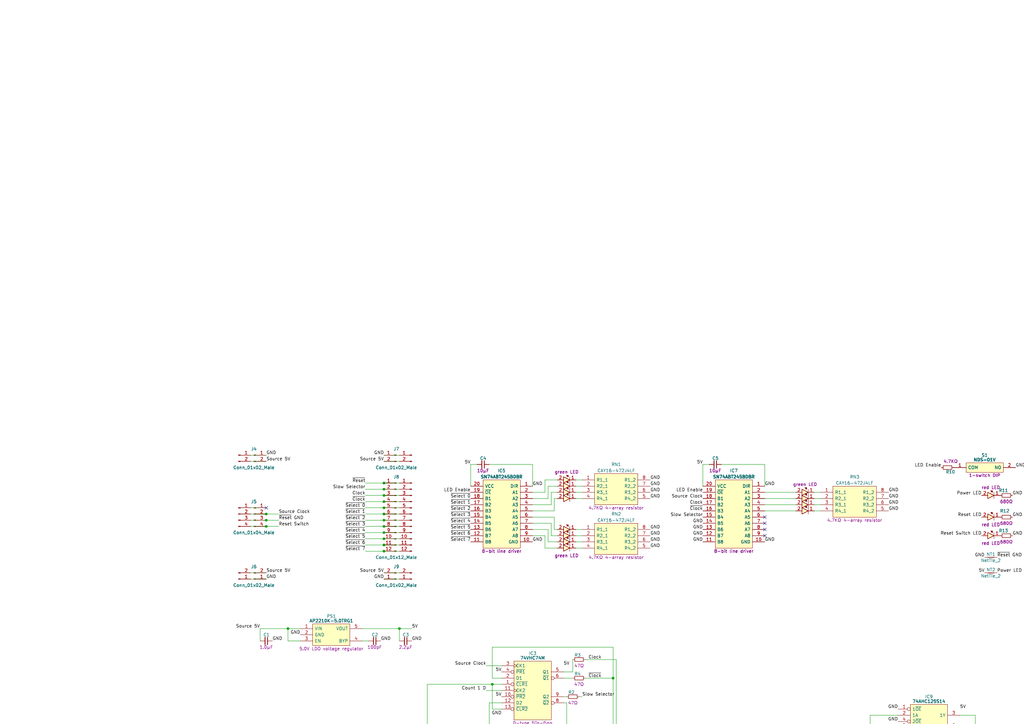
<source format=kicad_sch>
(kicad_sch (version 20211123) (generator eeschema)
  (paper "A3")
  (junction (at 118.11 257.81))
  (junction (at 157.48 210.82))
  (junction (at 109.22 215.9))
  (junction (at 201.93 280.67))
  (junction (at 157.48 215.9))
  (junction (at 109.22 213.36))
  (junction (at 157.48 198.12))
  (junction (at 157.48 226.06))
  (junction (at 157.48 223.52))
  (junction (at 157.48 208.28))
  (junction (at 157.48 213.36))
  (junction (at 157.48 205.74))
  (junction (at 251.46 278.13))
  (junction (at 109.22 210.82))
  (junction (at 124.46 313.69))
  (junction (at 157.48 220.98))
  (junction (at 157.48 200.66))
  (junction (at 157.48 218.44))
  (junction (at 157.48 203.2))
  (junction (at 163.83 257.81))
  (no_connect (at 158.75 334.01))
  (no_connect (at 158.75 318.77))
  (no_connect (at 158.75 323.85))
  (no_connect (at 158.75 326.39))
  (no_connect (at 158.75 328.93))
  (no_connect (at 109.22 208.28))
  (no_connect (at 231.14 323.85))
  (no_connect (at 231.14 326.39))
  (no_connect (at 292.1 308.61))
  (no_connect (at 292.1 316.23))
  (no_connect (at 292.1 318.77))
  (no_connect (at 313.69 217.17))
  (no_connect (at 313.69 214.63))
  (no_connect (at 313.69 219.71))
  (no_connect (at 313.69 212.09))
  (wire (pts (xy 292.1 313.69) (xy 302.26 313.69)))
  (wire (pts (xy 228.6 199.39) (xy 224.79 199.39)))
  (wire (pts (xy 224.79 222.25) (xy 228.6 222.25)))
  (wire (pts (xy 313.69 207.01) (xy 326.39 207.01)))
  (wire (pts (xy 157.48 208.28) (xy 163.83 208.28)))
  (wire (pts (xy 334.01 201.93) (xy 336.55 201.93)))
  (wire (pts (xy 149.86 200.66) (xy 157.48 200.66)))
  (wire (pts (xy 149.86 208.28) (xy 157.48 208.28)))
  (wire (pts (xy 334.01 209.55) (xy 336.55 209.55)))
  (wire (pts (xy 231.14 288.29) (xy 232.41 288.29)))
  (wire (pts (xy 102.87 215.9) (xy 109.22 215.9)))
  (wire (pts (xy 200.66 299.72) (xy 200.66 288.29)))
  (wire (pts (xy 226.06 219.71) (xy 228.6 219.71)))
  (wire (pts (xy 149.86 223.52) (xy 157.48 223.52)))
  (wire (pts (xy 350.52 318.77) (xy 360.68 318.77)))
  (wire (pts (xy 218.44 190.5) (xy 218.44 199.39)))
  (wire (pts (xy 224.79 217.17) (xy 224.79 222.25)))
  (wire (pts (xy 195.58 190.5) (xy 193.04 190.5)))
  (wire (pts (xy 157.48 210.82) (xy 163.83 210.82)))
  (wire (pts (xy 313.69 204.47) (xy 326.39 204.47)))
  (wire (pts (xy 227.33 209.55) (xy 227.33 204.47)))
  (wire (pts (xy 251.46 306.07) (xy 266.7 306.07)))
  (wire (pts (xy 223.52 219.71) (xy 223.52 224.79)))
  (wire (pts (xy 236.22 217.17) (xy 238.76 217.17)))
  (wire (pts (xy 307.34 321.31) (xy 325.12 321.31)))
  (wire (pts (xy 251.46 265.43) (xy 251.46 278.13)))
  (wire (pts (xy 102.87 237.49) (xy 109.22 237.49)))
  (wire (pts (xy 218.44 217.17) (xy 224.79 217.17)))
  (wire (pts (xy 393.7 337.82) (xy 408.94 337.82)))
  (wire (pts (xy 228.6 201.93) (xy 226.06 201.93)))
  (wire (pts (xy 393.7 308.61) (xy 403.86 308.61)))
  (wire (pts (xy 157.48 218.44) (xy 163.83 218.44)))
  (wire (pts (xy 359.41 332.74) (xy 368.3 332.74)))
  (wire (pts (xy 237.49 308.61) (xy 237.49 316.23)))
  (wire (pts (xy 205.74 280.67) (xy 201.93 280.67)))
  (wire (pts (xy 307.34 307.34) (xy 307.34 311.15)))
  (wire (pts (xy 360.68 318.77) (xy 360.68 327.66)))
  (wire (pts (xy 350.52 316.23) (xy 360.68 316.23)))
  (wire (pts (xy 175.26 280.67) (xy 201.93 280.67)))
  (wire (pts (xy 360.68 327.66) (xy 368.3 327.66)))
  (wire (pts (xy 236.22 196.85) (xy 238.76 196.85)))
  (wire (pts (xy 402.59 303.53) (xy 402.59 330.2)))
  (wire (pts (xy 227.33 212.09) (xy 227.33 217.17)))
  (wire (pts (xy 157.48 220.98) (xy 163.83 220.98)))
  (wire (pts (xy 148.59 257.81) (xy 163.83 257.81)))
  (wire (pts (xy 149.86 220.98) (xy 157.48 220.98)))
  (wire (pts (xy 400.05 340.36) (xy 408.94 340.36)))
  (wire (pts (xy 157.48 215.9) (xy 163.83 215.9)))
  (wire (pts (xy 161.29 331.47) (xy 158.75 331.47)))
  (wire (pts (xy 118.11 262.89) (xy 118.11 257.81)))
  (wire (pts (xy 232.41 299.72) (xy 200.66 299.72)))
  (wire (pts (xy 124.46 306.07) (xy 124.46 313.69)))
  (wire (pts (xy 199.39 273.05) (xy 205.74 273.05)))
  (wire (pts (xy 234.95 275.59) (xy 234.95 270.51)))
  (wire (pts (xy 358.14 337.82) (xy 358.14 323.85)))
  (wire (pts (xy 325.12 323.85) (xy 307.34 323.85)))
  (wire (pts (xy 231.14 316.23) (xy 237.49 316.23)))
  (wire (pts (xy 199.39 283.21) (xy 205.74 283.21)))
  (wire (pts (xy 223.52 201.93) (xy 218.44 201.93)))
  (wire (pts (xy 307.34 299.72) (xy 308.61 299.72)))
  (wire (pts (xy 238.76 285.75) (xy 237.49 285.75)))
  (wire (pts (xy 393.7 327.66) (xy 408.94 327.66)))
  (wire (pts (xy 157.48 203.2) (xy 163.83 203.2)))
  (wire (pts (xy 236.22 219.71) (xy 238.76 219.71)))
  (wire (pts (xy 224.79 199.39) (xy 224.79 204.47)))
  (wire (pts (xy 224.79 204.47) (xy 218.44 204.47)))
  (wire (pts (xy 176.53 318.77) (xy 205.74 318.77)))
  (wire (pts (xy 292.1 323.85) (xy 302.26 323.85)))
  (wire (pts (xy 350.52 321.31) (xy 359.41 321.31)))
  (wire (pts (xy 124.46 313.69) (xy 133.35 313.69)))
  (wire (pts (xy 227.33 204.47) (xy 228.6 204.47)))
  (wire (pts (xy 302.26 311.15) (xy 302.26 307.34)))
  (wire (pts (xy 102.87 186.69) (xy 109.22 186.69)))
  (wire (pts (xy 149.86 218.44) (xy 157.48 218.44)))
  (wire (pts (xy 218.44 219.71) (xy 223.52 219.71)))
  (wire (pts (xy 226.06 207.01) (xy 218.44 207.01)))
  (wire (pts (xy 393.7 332.74) (xy 408.94 332.74)))
  (wire (pts (xy 313.69 209.55) (xy 326.39 209.55)))
  (wire (pts (xy 102.87 210.82) (xy 109.22 210.82)))
  (wire (pts (xy 106.68 257.81) (xy 118.11 257.81)))
  (wire (pts (xy 157.48 205.74) (xy 163.83 205.74)))
  (wire (pts (xy 292.1 321.31) (xy 302.26 321.31)))
  (wire (pts (xy 205.74 278.13) (xy 201.93 278.13)))
  (wire (pts (xy 102.87 189.23) (xy 109.22 189.23)))
  (wire (pts (xy 251.46 278.13) (xy 251.46 306.07)))
  (wire (pts (xy 236.22 201.93) (xy 238.76 201.93)))
  (wire (pts (xy 157.48 200.66) (xy 163.83 200.66)))
  (wire (pts (xy 227.33 217.17) (xy 228.6 217.17)))
  (wire (pts (xy 402.59 330.2) (xy 408.94 330.2)))
  (wire (pts (xy 302.26 306.07) (xy 292.1 306.07)))
  (wire (pts (xy 218.44 212.09) (xy 227.33 212.09)))
  (wire (pts (xy 356.87 293.37) (xy 356.87 308.61)))
  (wire (pts (xy 401.32 335.28) (xy 408.94 335.28)))
  (wire (pts (xy 109.22 210.82) (xy 114.3 210.82)))
  (wire (pts (xy 163.83 257.81) (xy 168.91 257.81)))
  (wire (pts (xy 200.66 288.29) (xy 205.74 288.29)))
  (wire (pts (xy 295.91 190.5) (xy 313.69 190.5)))
  (wire (pts (xy 168.91 331.47) (xy 166.37 331.47)))
  (wire (pts (xy 350.52 313.69) (xy 359.41 313.69)))
  (wire (pts (xy 201.93 280.67) (xy 201.93 290.83)))
  (wire (pts (xy 163.83 237.49) (xy 157.48 237.49)))
  (wire (pts (xy 124.46 316.23) (xy 124.46 313.69)))
  (wire (pts (xy 358.14 323.85) (xy 350.52 323.85)))
  (wire (pts (xy 350.52 308.61) (xy 356.87 308.61)))
  (wire (pts (xy 149.86 203.2) (xy 157.48 203.2)))
  (wire (pts (xy 359.41 303.53) (xy 359.41 313.69)))
  (wire (pts (xy 350.52 326.39) (xy 356.87 326.39)))
  (wire (pts (xy 223.52 196.85) (xy 223.52 201.93)))
  (wire (pts (xy 123.19 262.89) (xy 118.11 262.89)))
  (wire (pts (xy 201.93 278.13) (xy 201.93 265.43)))
  (wire (pts (xy 231.14 278.13) (xy 234.95 278.13)))
  (wire (pts (xy 401.32 298.45) (xy 401.32 335.28)))
  (wire (pts (xy 163.83 257.81) (xy 163.83 262.89)))
  (wire (pts (xy 359.41 321.31) (xy 359.41 332.74)))
  (wire (pts (xy 102.87 234.95) (xy 109.22 234.95)))
  (wire (pts (xy 151.13 262.89) (xy 148.59 262.89)))
  (wire (pts (xy 102.87 208.28) (xy 109.22 208.28)))
  (wire (pts (xy 368.3 337.82) (xy 358.14 337.82)))
  (wire (pts (xy 176.53 313.69) (xy 176.53 318.77)))
  (wire (pts (xy 228.6 196.85) (xy 223.52 196.85)))
  (wire (pts (xy 393.7 303.53) (xy 402.59 303.53)))
  (wire (pts (xy 307.34 313.69) (xy 325.12 313.69)))
  (wire (pts (xy 302.26 323.85) (xy 302.26 327.66)))
  (wire (pts (xy 158.75 313.69) (xy 176.53 313.69)))
  (wire (pts (xy 175.26 280.67) (xy 175.26 321.31)))
  (wire (pts (xy 118.11 257.81) (xy 123.19 257.81)))
  (wire (pts (xy 252.73 270.51) (xy 252.73 316.23)))
  (wire (pts (xy 307.34 311.15) (xy 325.12 311.15)))
  (wire (pts (xy 307.34 323.85) (xy 307.34 327.66)))
  (wire (pts (xy 313.69 201.93) (xy 326.39 201.93)))
  (wire (pts (xy 102.87 213.36) (xy 109.22 213.36)))
  (wire (pts (xy 403.86 325.12) (xy 408.94 325.12)))
  (wire (pts (xy 149.86 198.12) (xy 157.48 198.12)))
  (wire (pts (xy 232.41 288.29) (xy 232.41 299.72)))
  (wire (pts (xy 163.83 186.69) (xy 157.48 186.69)))
  (wire (pts (xy 236.22 199.39) (xy 238.76 199.39)))
  (wire (pts (xy 313.69 190.5) (xy 313.69 199.39)))
  (wire (pts (xy 133.35 316.23) (xy 124.46 316.23)))
  (wire (pts (xy 252.73 316.23) (xy 266.7 316.23)))
  (wire (pts (xy 237.49 308.61) (xy 266.7 308.61)))
  (wire (pts (xy 403.86 308.61) (xy 403.86 325.12)))
  (wire (pts (xy 218.44 209.55) (xy 227.33 209.55)))
  (wire (pts (xy 163.83 189.23) (xy 157.48 189.23)))
  (wire (pts (xy 393.7 293.37) (xy 400.05 293.37)))
  (wire (pts (xy 350.52 311.15) (xy 358.14 311.15)))
  (wire (pts (xy 236.22 222.25) (xy 238.76 222.25)))
  (wire (pts (xy 393.7 342.9) (xy 408.94 342.9)))
  (wire (pts (xy 240.03 270.51) (xy 252.73 270.51)))
  (wire (pts (xy 334.01 204.47) (xy 336.55 204.47)))
  (wire (pts (xy 356.87 342.9) (xy 368.3 342.9)))
  (wire (pts (xy 205.74 290.83) (xy 201.93 290.83)))
  (wire (pts (xy 223.52 224.79) (xy 228.6 224.79)))
  (wire (pts (xy 193.04 190.5) (xy 193.04 199.39)))
  (wire (pts (xy 290.83 190.5) (xy 288.29 190.5)))
  (wire (pts (xy 240.03 278.13) (xy 251.46 278.13)))
  (wire (pts (xy 400.05 293.37) (xy 400.05 340.36)))
  (wire (pts (xy 368.3 293.37) (xy 356.87 293.37)))
  (wire (pts (xy 231.14 318.77) (xy 266.7 318.77)))
  (wire (pts (xy 163.83 234.95) (xy 157.48 234.95)))
  (wire (pts (xy 175.26 321.31) (xy 158.75 321.31)))
  (wire (pts (xy 226.06 214.63) (xy 226.06 219.71)))
  (wire (pts (xy 226.06 201.93) (xy 226.06 207.01)))
  (wire (pts (xy 368.3 303.53) (xy 359.41 303.53)))
  (wire (pts (xy 356.87 326.39) (xy 356.87 342.9)))
  (wire (pts (xy 157.48 226.06) (xy 163.83 226.06)))
  (wire (pts (xy 302.26 299.72) (xy 302.26 306.07)))
  (wire (pts (xy 288.29 190.5) (xy 288.29 199.39)))
  (wire (pts (xy 393.7 298.45) (xy 401.32 298.45)))
  (wire (pts (xy 360.68 308.61) (xy 360.68 316.23)))
  (wire (pts (xy 292.1 311.15) (xy 302.26 311.15)))
  (wire (pts (xy 157.48 223.52) (xy 163.83 223.52)))
  (wire (pts (xy 157.48 198.12) (xy 163.83 198.12)))
  (wire (pts (xy 334.01 207.01) (xy 336.55 207.01)))
  (wire (pts (xy 368.3 308.61) (xy 360.68 308.61)))
  (wire (pts (xy 368.3 298.45) (xy 358.14 298.45)))
  (wire (pts (xy 109.22 215.9) (xy 114.3 215.9)))
  (wire (pts (xy 149.86 226.06) (xy 157.48 226.06)))
  (wire (pts (xy 236.22 224.79) (xy 238.76 224.79)))
  (wire (pts (xy 149.86 205.74) (xy 157.48 205.74)))
  (wire (pts (xy 200.66 190.5) (xy 218.44 190.5)))
  (wire (pts (xy 106.68 257.81) (xy 106.68 262.89)))
  (wire (pts (xy 158.75 316.23) (xy 205.74 316.23)))
  (wire (pts (xy 149.86 213.36) (xy 157.48 213.36)))
  (wire (pts (xy 201.93 265.43) (xy 251.46 265.43)))
  (wire (pts (xy 231.14 285.75) (xy 232.41 285.75)))
  (wire (pts (xy 149.86 215.9) (xy 157.48 215.9)))
  (wire (pts (xy 231.14 275.59) (xy 234.95 275.59)))
  (wire (pts (xy 218.44 214.63) (xy 226.06 214.63)))
  (wire (pts (xy 109.22 213.36) (xy 114.3 213.36)))
  (wire (pts (xy 358.14 298.45) (xy 358.14 311.15)))
  (wire (pts (xy 157.48 213.36) (xy 163.83 213.36)))
  (wire (pts (xy 236.22 204.47) (xy 238.76 204.47)))
  (wire (pts (xy 149.86 210.82) (xy 157.48 210.82)))
  (label "GND" (at 133.35 334.01 180))
  (label "GND" (at 266.7 217.17 0))
  (label "5V" (at 452.12 294.64 180))
  (label "Slow Selector" (at 288.29 212.09 180))
  (label "LED Enable" (at 288.29 201.93 180))
  (label "~{Select 2}" (at 193.04 209.55 180))
  (label "5V" (at 393.7 290.83 0))
  (label "GND" (at 266.7 201.93 0))
  (label "Power LED" (at 408.94 234.95 0))
  (label "GND" (at 368.3 335.28 180))
  (label "Count 1 A" (at 308.61 313.69 0))
  (label "GND" (at 368.3 330.2 180))
  (label "GND" (at 168.91 262.89 0))
  (label "~{Select 6}" (at 431.8 340.36 0))
  (label "~{Clock}" (at 288.29 209.55 180))
  (label "Reset Switch" (at 205.74 321.31 180))
  (label "Reset Switch LED" (at 231.14 321.31 0))
  (label "GND" (at 457.2 294.64 0))
  (label "GND" (at 133.35 311.15 180))
  (label "GND" (at 266.7 204.47 0))
  (label "GND" (at 111.76 262.89 0))
  (label "GND" (at 218.44 199.39 0))
  (label "Slow Selector" (at 149.86 200.66 180))
  (label "Count 2 A" (at 308.61 323.85 0))
  (label "~{Reset} GND" (at 114.3 213.36 0))
  (label "5V" (at 205.74 285.75 180))
  (label "GND" (at 266.7 196.85 0))
  (label "Source 5V" (at 157.48 234.95 180))
  (label "GND" (at 434.34 191.77 0))
  (label "GND" (at 205.74 331.47 180))
  (label "GND" (at 218.44 222.25 0))
  (label "GND" (at 403.86 228.6 180))
  (label "GND" (at 457.2 264.16 0))
  (label "GND" (at 457.2 302.26 0))
  (label "GND" (at 368.3 340.36 180))
  (label "Reset Switch" (at 114.3 215.9 0))
  (label "GND" (at 364.49 209.55 0))
  (label "GND" (at 205.74 323.85 180))
  (label "~{Select 2}" (at 149.86 213.36 180))
  (label "Source Clock" (at 133.35 318.77 180))
  (label "5V" (at 403.86 234.95 180))
  (label "GND" (at 205.74 326.39 180))
  (label "5V" (at 231.14 313.69 0))
  (label "Clock" (at 149.86 203.2 180))
  (label "GND" (at 368.3 345.44 180))
  (label "~{Select 3}" (at 431.8 332.74 0))
  (label "~{Select 2}" (at 431.8 330.2 0))
  (label "GND" (at 457.2 279.4 0))
  (label "GND" (at 109.22 186.69 0))
  (label "~{Clock}" (at 241.3 278.13 0))
  (label "5V" (at 205.74 275.59 180))
  (label "GND" (at 313.69 222.25 0))
  (label "Reset Switch LED" (at 402.59 219.71 180))
  (label "5V" (at 231.14 273.05 0))
  (label "GND" (at 313.69 199.39 0))
  (label "Source Clock" (at 288.29 204.47 180))
  (label "GND" (at 415.29 219.71 0))
  (label "5V" (at 193.04 190.5 180))
  (label "~{Select 1}" (at 431.8 327.66 0))
  (label "GND" (at 368.3 325.12 180))
  (label "5V" (at 452.12 302.26 180))
  (label "Clock" (at 288.29 207.01 180))
  (label "Source Clock" (at 114.3 210.82 0))
  (label "GND" (at 156.21 262.89 0))
  (label "GND" (at 266.7 323.85 180))
  (label "GND" (at 123.19 260.35 180))
  (label "5V" (at 452.12 287.02 180))
  (label "5V" (at 452.12 271.78 180))
  (label "GND" (at 368.3 290.83 180))
  (label "~{Reset}" (at 149.86 198.12 180))
  (label "~{Select 6}" (at 193.04 219.71 180))
  (label "GND" (at 364.49 207.01 0))
  (label "Count 1 D" (at 199.39 283.21 180))
  (label "GND" (at 364.49 201.93 0))
  (label "GND" (at 368.3 306.07 180))
  (label "Source Clock" (at 199.39 273.05 180))
  (label "GND" (at 325.12 308.61 180))
  (label "GND" (at 288.29 222.25 180))
  (label "GND" (at 288.29 219.71 180))
  (label "Source 5V" (at 109.22 234.95 0))
  (label "GND" (at 266.7 222.25 0))
  (label "Source 5V" (at 157.48 189.23 180))
  (label "5V" (at 350.52 306.07 0))
  (label "~{Select 7}" (at 431.8 342.9 0))
  (label "5V" (at 99.06 306.07 180))
  (label "GND" (at 288.29 217.17 180))
  (label "Source 5V" (at 106.68 257.81 180))
  (label "5V" (at 452.12 264.16 180))
  (label "5V" (at 158.75 311.15 0))
  (label "Slow Selector" (at 238.76 285.75 0))
  (label "~{Select 1}" (at 193.04 207.01 180))
  (label "~{Select 4}" (at 431.8 335.28 0))
  (label "~{Reset}" (at 205.74 328.93 180))
  (label "~{Select 7}" (at 149.86 226.06 180))
  (label "~{Clock}" (at 149.86 205.74 180))
  (label "5V" (at 393.7 325.12 0))
  (label "GND" (at 415.29 203.2 0))
  (label "Reset LED" (at 231.14 328.93 0))
  (label "5V" (at 168.91 257.81 0))
  (label "GND" (at 368.3 311.15 180))
  (label "Clock" (at 241.3 270.51 0))
  (label "Source 5V" (at 109.22 189.23 0))
  (label "~{Select 3}" (at 149.86 215.9 180))
  (label "~{Select 0}" (at 431.8 325.12 0))
  (label "GND" (at 368.3 300.99 180))
  (label "GND" (at 124.46 303.53 0))
  (label "GND" (at 266.7 224.79 0))
  (label "~{Select 4}" (at 193.04 214.63 180))
  (label "LED Enable" (at 386.08 191.77 180))
  (label "5V" (at 292.1 303.53 0))
  (label "~{Select 1}" (at 149.86 210.82 180))
  (label "Count 1 D" (at 308.61 299.72 0))
  (label "~{Select 0}" (at 149.86 208.28 180))
  (label "GND" (at 157.48 237.49 180))
  (label "GND" (at 325.12 318.77 180))
  (label "Count 1 B" (at 308.61 311.15 0))
  (label "~{Select 0}" (at 193.04 204.47 180))
  (label "GND" (at 457.2 271.78 0))
  (label "GND" (at 157.48 186.69 180))
  (label "GND" (at 364.49 204.47 0))
  (label "Count 2 B" (at 308.61 321.31 0))
  (label "LED Enable" (at 193.04 201.93 180))
  (label "~{Select 7}" (at 193.04 222.25 180))
  (label "~{Reset} GND" (at 408.94 228.6 0))
  (label "GND" (at 416.56 191.77 0))
  (label "5V" (at 288.29 190.5 180))
  (label "GND" (at 205.74 293.37 180))
  (label "Reset Switch" (at 124.46 306.07 0))
  (label "~{Select 3}" (at 193.04 212.09 180))
  (label "~{Select 5}" (at 431.8 337.82 0))
  (label "5V" (at 452.12 279.4 180))
  (label "Reset LED" (at 402.59 212.09 180))
  (label "Source Clock" (at 133.35 321.31 180))
  (label "GND" (at 457.2 287.02 0))
  (label "5V" (at 429.26 191.77 180))
  (label "~{Select 5}" (at 193.04 217.17 180))
  (label "GND" (at 266.7 199.39 0))
  (label "~{Select 4}" (at 149.86 218.44 180))
  (label "~{Select 6}" (at 149.86 223.52 180))
  (label "GND" (at 415.29 212.09 0))
  (label "GND" (at 288.29 214.63 180))
  (label "GND" (at 434.34 199.39 0))
  (label "~{Select 5}" (at 149.86 220.98 180))
  (label "Power LED" (at 402.59 203.2 180))
  (label "GND" (at 325.12 326.39 180))
  (label "GND" (at 266.7 219.71 0))
  (label "GND" (at 368.3 295.91 180))
  (label "~{Reset}" (at 168.91 331.47 0))
  (label "GND" (at 457.2 309.88 0))
  (label "5V" (at 452.12 309.88 180))
  (label "GND" (at 109.22 237.49 0))
  (label "5V" (at 429.26 199.39 180))
  (symbol (lib_id "Wurth_Elektronik:150224VS73100A") (at 330.2 201.93 0) (mirror y) (unit 1)
    (property "Reference" "LED9" (effects hide))
    (property "Value" "150224VS73100A" (effects hide))
    (property "Footprint" "150224VS73100A" (effects hide))
    (property "Datasheet" "https://www.we-online.com/katalog/datasheet/150224VS73100A.pdf" (effects hide))
    (property "Description" "green LED" (at 330.2 199.39 0) (effects (justify bottom)))
    (property "Height" "1.41" (effects hide))
    (property "Manufacturer_Name" "Wurth Elektronik" (effects hide))
    (property "Manufacturer_Part_Number" "150224VS73100A" (effects hide))
    (property "Mouser Part Number" "710-150224VS73100A" (effects hide))
    (property "Mouser Price/Stock" "https://www.mouser.co.uk/ProductDetail/Wurth-Elektronik/150224VS73100A?qs=8Aam6%252B7C6HG2%2FfdOsQ%2FdNg%3D%3D" (effects hide))
  )
  (symbol (lib_id "Connector:Conn_01x04_Male") (at 104.14 210.82 0) (unit 1)
    (property "Reference" "J5" (at 104.14 205.74 0))
    (property "Value" "Conn_01x04_Male" (at 104.14 218.44 0))
    (property "Footprint" "Connector_PinHeader_2.54mm:PinHeader_1x04_P2.54mm_Vertical" (effects hide))
  )
  (symbol (lib_id "Texas_Instruments:SN74ABT245BDBR") (at 218.44 199.39 0) (mirror y) (unit 1)
    (property "Reference" "IC5" (at 205.74 193.04 0))
    (property "Value" "SN74ABT245BDBR" (at 205.74 195.58 0) (effects (font bold)))
    (property "Footprint" "SOP65P780X200-20N" (effects hide))
    (property "Datasheet" "http://www.ti.com/lit/gpn/sn74abt245b" (effects hide))
    (property "Description" "8-bit line driver" (at 205.74 226.06 0))
    (property "Height" "2" (effects hide))
    (property "Manufacturer_Name" "Texas Instruments" (effects hide))
    (property "Manufacturer_Part_Number" "SN74ABT245BDBR" (effects hide))
    (property "Mouser Part Number" "595-SN74ABT245BDBR" (effects hide))
    (property "Mouser Price/Stock" "https://www.mouser.co.uk/ProductDetail/Texas-Instruments/SN74ABT245BDBR?qs=5nGYs9Do7G0kvriH65mtcg%3D%3D" (effects hide))
    (property "Arrow Part Number" "SN74ABT245BDBR" (effects hide))
    (property "Arrow Price/Stock" "https://www.arrow.com/en/products/sn74abt245bdbr/texas-instruments" (effects hide))
  )
  (symbol (lib_id "Device:C_Small") (at 454.66 294.64 270) (unit 1)
    (property "Reference" "C12" (at 453.39 292.1 90) (effects (justify left)))
    (property "Value" "C_Small" (effects hide))
    (property "Footprint" "Capacitor_SMD:C_0805_2012Metric" (effects hide))
    (property "Description" "1nF" (at 454.66 297.18 90))
  )
  (symbol (lib_id "Wurth_Elektronik:150224VS73100A") (at 232.41 224.79 0) (mirror y) (unit 1)
    (property "Reference" "LED8" (effects hide))
    (property "Value" "150224VS73100A" (effects hide))
    (property "Footprint" "150224VS73100A" (effects hide))
    (property "Datasheet" "https://www.we-online.com/katalog/datasheet/150224VS73100A.pdf" (effects hide))
    (property "Description" "green LED" (at 232.41 228.6 0) (effects (justify bottom)))
    (property "Height" "1.41" (effects hide))
    (property "Manufacturer_Name" "Wurth Elektronik" (effects hide))
    (property "Manufacturer_Part_Number" "150224VS73100A" (effects hide))
    (property "Mouser Part Number" "710-150224VS73100A" (effects hide))
    (property "Mouser Price/Stock" "https://www.mouser.co.uk/ProductDetail/Wurth-Elektronik/150224VS73100A?qs=8Aam6%252B7C6HG2%2FfdOsQ%2FdNg%3D%3D" (effects hide))
  )
  (symbol (lib_id "Device:R_Small") (at 304.8 299.72 90) (mirror x) (unit 1)
    (property "Reference" "R5" (at 305.562 297.942 90) (effects (justify left)))
    (property "Value" "R_Small" (effects hide))
    (property "Footprint" "Resistor_SMD:R_0805_2012Metric" (effects hide))
    (property "Description" "47Ω" (at 304.8 302.26 90))
  )
  (symbol (lib_id "Device:C_Small") (at 454.66 264.16 270) (unit 1)
    (property "Reference" "C8" (at 453.39 261.62 90) (effects (justify left)))
    (property "Value" "C_Small" (effects hide))
    (property "Footprint" "Capacitor_SMD:C_0805_2012Metric" (effects hide))
    (property "Description" "1nF" (at 454.66 266.7 90))
  )
  (symbol (lib_id "Wurth_Elektronik:150224VS73100A") (at 330.2 204.47 0) (mirror y) (unit 1)
    (property "Reference" "LED10" (effects hide))
    (property "Value" "150224VS73100A" (effects hide))
    (property "Footprint" "150224VS73100A" (effects hide))
    (property "Datasheet" "https://www.we-online.com/katalog/datasheet/150224VS73100A.pdf" (effects hide))
    (property "Description" "green LED" (effects hide))
    (property "Height" "1.41" (effects hide))
    (property "Manufacturer_Name" "Wurth Elektronik" (effects hide))
    (property "Manufacturer_Part_Number" "150224VS73100A" (effects hide))
    (property "Mouser Part Number" "710-150224VS73100A" (effects hide))
    (property "Mouser Price/Stock" "https://www.mouser.co.uk/ProductDetail/Wurth-Elektronik/150224VS73100A?qs=8Aam6%252B7C6HG2%2FfdOsQ%2FdNg%3D%3D" (effects hide))
  )
  (symbol (lib_id "Device:NetTie_2") (at 406.4 228.6 0) (mirror y) (unit 1)
    (property "Reference" "NT1" (at 406.4 227.33 0))
    (property "Value" "NetTie_2" (at 406.4 229.87 0))
    (property "Footprint" "NetTie:NetTie-2_SMD_Pad0.5mm" (effects hide))
  )
  (symbol (lib_id "Toshiba:74VHC595FT") (at 133.35 311.15 0) (unit 1)
    (property "Reference" "IC2" (at 146.05 306.07 0))
    (property "Value" "74VHC595FT" (at 146.05 307.975 0) (effects (font bold)))
    (property "Footprint" "SOP65P640X120-16N" (effects hide))
    (property "Datasheet" "http://uk.rs-online.com/web/p/products/1713351" (effects hide))
    (property "Description" "8-bit shift-in register" (at 145.415 336.55 0))
    (property "Height" "1.2" (effects hide))
    (property "Manufacturer_Name" "Toshiba" (effects hide))
    (property "Manufacturer_Part_Number" "74VHC595FT" (effects hide))
    (property "Mouser Part Number" "757-74VHC595FT" (effects hide))
    (property "Mouser Price/Stock" "https://www.mouser.com/Search/Refine.aspx?Keyword=757-74VHC595FT" (effects hide))
    (property "Arrow Part Number" "74VHC595FT" (effects hide))
    (property "Arrow Price/Stock" "https://www.arrow.com/en/products/74vhc595ft/toshiba" (effects hide))
  )
  (symbol (lib_id "Device:C_Small") (at 109.22 262.89 270) (unit 1)
    (property "Reference" "C1" (at 107.95 260.35 90) (effects (justify left)))
    (property "Value" "C_Small" (effects hide))
    (property "Footprint" "Capacitor_SMD:C_0805_2012Metric" (effects hide))
    (property "Description" "1.0µF" (at 109.22 265.43 90))
  )
  (symbol (lib_id "Device:R_Small") (at 237.49 278.13 90) (mirror x) (unit 1)
    (property "Reference" "R4" (at 238.252 276.352 90) (effects (justify left)))
    (property "Value" "R_Small" (effects hide))
    (property "Footprint" "Resistor_SMD:R_0805_2012Metric" (effects hide))
    (property "Description" "47Ω" (at 237.49 280.67 90))
  )
  (symbol (lib_id "Diodes_Inc:74AHC125S14") (at 368.3 325.12 0) (unit 1)
    (property "Reference" "IC10" (at 381 320.04 0))
    (property "Value" "74AHC125S14" (at 381 321.945 0) (effects (font bold)))
    (property "Footprint" "SOIC127P600X173-14N" (effects hide))
    (property "Datasheet" "https://datasheet.datasheetarchive.com/originals/distributors/Datasheets-DGA14/1209772.pdf" (effects hide))
    (property "Description" "4-bit buffer" (at 381 348.615 0))
    (property "Height" "1.73" (effects hide))
    (property "Manufacturer_Name" "Diodes Inc." (effects hide))
    (property "Manufacturer_Part_Number" "74AHC125S14-13" (effects hide))
    (property "Mouser Part Number" "621-74AHC125S14-13" (effects hide))
    (property "Mouser Price/Stock" "https://www.mouser.com/Search/Refine.aspx?Keyword=621-74AHC125S14-13" (effects hide))
    (property "Arrow Part Number" "74AHC125S14-13" (effects hide))
    (property "Arrow Price/Stock" "https://www.arrow.com/en/products/74ahc125s14-13/diodes-incorporated" (effects hide))
  )
  (symbol (lib_id "Device:R_Small") (at 304.8 327.66 90) (mirror x) (unit 1)
    (property "Reference" "R9" (at 305.562 325.882 90) (effects (justify left)))
    (property "Value" "R_Small" (effects hide))
    (property "Footprint" "Resistor_SMD:R_0805_2012Metric" (effects hide))
    (property "Description" "47Ω" (at 304.8 330.2 90))
  )
  (symbol (lib_id "Connector:Conn_01x02_Male") (at 168.91 186.69 0) (mirror y) (unit 1)
    (property "Reference" "J10" (effects hide))
    (property "Value" "Conn_01x02_Male" (effects hide))
    (property "Footprint" "Connector_PinHeader_2.54mm:PinHeader_1x02_P2.54mm_Vertical" (effects hide))
  )
  (symbol (lib_id "Maxim:DS1813R-10+T&R") (at 99.06 306.07 0) (unit 1)
    (property "Reference" "IC1" (at 111.76 298.45 0))
    (property "Value" "DS1813R-10+T&R" (at 111.76 300.355 0) (effects (font bold)))
    (property "Footprint" "SOT95P237X112-3N" (effects hide))
    (property "Datasheet" "https://componentsearchengine.com/Datasheets/2/DS1813R-10+T&R.pdf" (effects hide))
    (property "Description" "5V voltage supervisor" (at 112.395 309.245 0))
    (property "Height" "1.12" (effects hide))
    (property "Mouser Part Number" "700-DS1813R-10T&R" (effects hide))
    (property "Mouser Price/Stock" "https://www.mouser.co.uk/ProductDetail/Maxim-Integrated/DS1813R-10%2bTR?qs=0Y9aZN%252BMVCUEX%2FgvPX%252B6Nw%3D%3D" (effects hide))
    (property "Manufacturer_Name" "Maxim Integrated" (effects hide))
    (property "Manufacturer_Part_Number" "DS1813R-10+T&R" (effects hide))
  )
  (symbol (lib_id "Device:R_Small") (at 234.95 285.75 90) (mirror x) (unit 1)
    (property "Reference" "R2" (at 235.712 283.972 90) (effects (justify left)))
    (property "Value" "R_Small" (effects hide))
    (property "Footprint" "Resistor_SMD:R_0805_2012Metric" (effects hide))
    (property "Description" "47Ω" (at 234.95 288.29 90))
  )
  (symbol (lib_id "Connector:Conn_01x04_Male") (at 97.79 210.82 0) (unit 1)
    (property "Reference" "J2" (effects hide))
    (property "Value" "Conn_01x04_Male" (effects hide))
    (property "Footprint" "Connector_PinHeader_2.54mm:PinHeader_1x04_P2.54mm_Vertical" (effects hide))
  )
  (symbol (lib_id "Texas_Instruments:SN74ABT245BDBR") (at 313.69 199.39 0) (mirror y) (unit 1)
    (property "Reference" "IC7" (at 300.99 193.04 0))
    (property "Value" "SN74ABT245BDBR" (at 300.99 195.58 0) (effects (font bold)))
    (property "Footprint" "SOP65P780X200-20N" (effects hide))
    (property "Datasheet" "http://www.ti.com/lit/gpn/sn74abt245b" (effects hide))
    (property "Description" "8-bit line driver" (at 300.99 226.06 0))
    (property "Height" "2" (effects hide))
    (property "Manufacturer_Name" "Texas Instruments" (effects hide))
    (property "Manufacturer_Part_Number" "SN74ABT245BDBR" (effects hide))
    (property "Mouser Part Number" "595-SN74ABT245BDBR" (effects hide))
    (property "Mouser Price/Stock" "https://www.mouser.co.uk/ProductDetail/Texas-Instruments/SN74ABT245BDBR?qs=5nGYs9Do7G0kvriH65mtcg%3D%3D" (effects hide))
    (property "Arrow Part Number" "SN74ABT245BDBR" (effects hide))
    (property "Arrow Price/Stock" "https://www.arrow.com/en/products/sn74abt245bdbr/texas-instruments" (effects hide))
  )
  (symbol (lib_id "Wurth_Elektronik:150224SS73100") (at 415.29 203.2 0) (mirror y) (unit 1)
    (property "Reference" "LED13" (effects hide))
    (property "Value" "150224SS73100" (effects hide))
    (property "Footprint" "LEDM2314X131N" (effects hide))
    (property "Datasheet" "http://www.farnell.com/datasheets/2301711.pdf" (effects hide))
    (property "Description" "red LED" (at 406.4 200.66 0) (effects (justify bottom)))
    (property "Height" "1.31" (effects hide))
    (property "Manufacturer_Name" "Wurth Elektronik" (effects hide))
    (property "Manufacturer_Part_Number" "150224SS73100" (effects hide))
    (property "Mouser Part Number" "710-150224SS73100" (effects hide))
    (property "Mouser Price/Stock" "https://www.mouser.co.uk/ProductDetail/Wurth-Elektronik/150224SS73100?qs=5aG0NVq1C4xYrTr%2FIVl59g%3D%3D" (effects hide))
  )
  (symbol (lib_id "Wurth_Elektronik:150224VS73100A") (at 232.41 217.17 0) (mirror y) (unit 1)
    (property "Reference" "LED5" (effects hide))
    (property "Value" "150224VS73100A" (effects hide))
    (property "Footprint" "150224VS73100A" (effects hide))
    (property "Datasheet" "https://www.we-online.com/katalog/datasheet/150224VS73100A.pdf" (effects hide))
    (property "Description" "green LED" (effects hide))
    (property "Height" "1.41" (effects hide))
    (property "Manufacturer_Name" "Wurth Elektronik" (effects hide))
    (property "Manufacturer_Part_Number" "150224VS73100A" (effects hide))
    (property "Mouser Part Number" "710-150224VS73100A" (effects hide))
    (property "Mouser Price/Stock" "https://www.mouser.co.uk/ProductDetail/Wurth-Elektronik/150224VS73100A?qs=8Aam6%252B7C6HG2%2FfdOsQ%2FdNg%3D%3D" (effects hide))
  )
  (symbol (lib_id "Device:R_Small") (at 304.8 307.34 90) (mirror x) (unit 1)
    (property "Reference" "R6" (at 305.562 305.562 90) (effects (justify left)))
    (property "Value" "R_Small" (effects hide))
    (property "Footprint" "Resistor_SMD:R_0805_2012Metric" (effects hide))
    (property "Description" "47Ω" (at 304.8 309.88 90))
  )
  (symbol (lib_id "Connector:Conn_01x02_Male") (at 97.79 186.69 0) (unit 1)
    (property "Reference" "J1" (effects hide))
    (property "Value" "Conn_01x02_Male" (effects hide))
    (property "Footprint" "Connector_PinHeader_2.54mm:PinHeader_1x02_P2.54mm_Vertical" (effects hide))
  )
  (symbol (lib_id "ON_Semiconductor:74VHC74M") (at 205.74 273.05 0) (unit 1)
    (property "Reference" "IC3" (at 218.44 267.97 0))
    (property "Value" "74VHC74M" (at 218.44 269.875 0) (effects (font bold)))
    (property "Footprint" "SOIC127P600X175-14N" (effects hide))
    (property "Datasheet" "https://www.onsemi.com/pub/Collateral/751EF.PDF" (effects hide))
    (property "Description" "D-type flip-flop" (at 218.44 296.545 0))
    (property "Height" "1.75" (effects hide))
    (property "Manufacturer_Name" "onsemi" (effects hide))
    (property "Manufacturer_Part_Number" "74VHC74M" (effects hide))
    (property "Mouser Part Number" "512-74VHC74M" (effects hide))
    (property "Mouser Price/Stock" "https://www.mouser.co.uk/ProductDetail/ON-Semiconductor-Fairchild/74VHC74M?qs=f8e5tgPJFBNluMR%252B6iMYgQ%3D%3D" (effects hide))
    (property "Arrow Part Number" "74VHC74M" (effects hide))
    (property "Arrow Price/Stock" "https://www.arrow.com/en/products/74vhc74m/on-semiconductor" (effects hide))
  )
  (symbol (lib_id "Connector:Conn_01x02_Male") (at 104.14 237.49 0) (mirror x) (unit 1)
    (property "Reference" "J6" (at 104.14 232.41 0))
    (property "Value" "Conn_01x02_Male" (at 104.14 240.03 0))
    (property "Footprint" "Connector_PinHeader_2.54mm:PinHeader_1x02_P2.54mm_Vertical" (effects hide))
  )
  (symbol (lib_id "Wurth_Elektronik:150224SS73100") (at 415.29 212.09 0) (mirror y) (unit 1)
    (property "Reference" "LED14" (effects hide))
    (property "Value" "150224SS73100" (effects hide))
    (property "Footprint" "LEDM2314X131N" (effects hide))
    (property "Datasheet" "http://www.farnell.com/datasheets/2301711.pdf" (effects hide))
    (property "Description" "red LED" (at 406.4 215.9 0) (effects (justify bottom)))
    (property "Height" "1.31" (effects hide))
    (property "Manufacturer_Name" "Wurth Elektronik" (effects hide))
    (property "Manufacturer_Part_Number" "150224SS73100" (effects hide))
    (property "Mouser Part Number" "710-150224SS73100" (effects hide))
    (property "Mouser Price/Stock" "https://www.mouser.co.uk/ProductDetail/Wurth-Elektronik/150224SS73100?qs=5aG0NVq1C4xYrTr%2FIVl59g%3D%3D" (effects hide))
  )
  (symbol (lib_id "Device:R_Small") (at 163.83 331.47 90) (mirror x) (unit 1)
    (property "Reference" "R1" (at 164.592 329.692 90) (effects (justify left)))
    (property "Value" "R_Small" (effects hide))
    (property "Footprint" "Resistor_SMD:R_0805_2012Metric" (effects hide))
    (property "Description" "47Ω" (at 163.83 334.01 90))
  )
  (symbol (lib_id "Device:R_Small") (at 388.62 191.77 270) (mirror x) (unit 1)
    (property "Reference" "R10" (at 387.858 193.548 90) (effects (justify left)))
    (property "Value" "R_Small" (effects hide))
    (property "Footprint" "Resistor_SMD:R_0805_2012Metric" (effects hide))
    (property "Resistance" "4.7KΩ" (at 389.89 189.23 90))
  )
  (symbol (lib_id "Device:NetTie_2") (at 406.4 234.95 0) (unit 1)
    (property "Reference" "NT2" (at 406.4 233.68 0))
    (property "Value" "NetTie_2" (at 406.4 236.22 0))
    (property "Footprint" "NetTie:NetTie-2_SMD_Pad0.5mm" (effects hide))
  )
  (symbol (lib_id "Device:R_Small") (at 237.49 270.51 90) (mirror x) (unit 1)
    (property "Reference" "R3" (at 238.252 268.732 90) (effects (justify left)))
    (property "Value" "R_Small" (effects hide))
    (property "Footprint" "Resistor_SMD:R_0805_2012Metric" (effects hide))
    (property "Description" "47Ω" (at 237.49 273.05 90))
  )
  (symbol (lib_id "Connector:Conn_01x12_Male") (at 168.91 210.82 0) (mirror y) (unit 1)
    (property "Reference" "J11" (effects hide))
    (property "Value" "Conn_01x12_Male" (effects hide))
    (property "Footprint" "Connector_PinHeader_2.54mm:PinHeader_1x12_P2.54mm_Vertical" (effects hide))
  )
  (symbol (lib_id "Wurth_Elektronik:150224VS73100A") (at 232.41 201.93 0) (mirror y) (unit 1)
    (property "Reference" "LED3" (effects hide))
    (property "Value" "150224VS73100A" (effects hide))
    (property "Footprint" "150224VS73100A" (effects hide))
    (property "Datasheet" "https://www.we-online.com/katalog/datasheet/150224VS73100A.pdf" (effects hide))
    (property "Description" "green LED" (effects hide))
    (property "Height" "1.41" (effects hide))
    (property "Manufacturer_Name" "Wurth Elektronik" (effects hide))
    (property "Manufacturer_Part_Number" "150224VS73100A" (effects hide))
    (property "Mouser Part Number" "710-150224VS73100A" (effects hide))
    (property "Mouser Price/Stock" "https://www.mouser.co.uk/ProductDetail/Wurth-Elektronik/150224VS73100A?qs=8Aam6%252B7C6HG2%2FfdOsQ%2FdNg%3D%3D" (effects hide))
  )
  (symbol (lib_id "ON_Semiconductor:MC74VHC139DR2G") (at 325.12 308.61 0) (unit 1)
    (property "Reference" "IC8" (at 337.82 300.99 0))
    (property "Value" "MC74VHC139DR2G" (at 337.82 302.895 0) (effects (font bold)))
    (property "Footprint" "SamacSys_Parts:SOIC127P602X173-16N" (effects hide))
    (property "Datasheet" "https://www.mouser.co.za/datasheet/2/308/1/MC74VHC139_D-2315807.pdf" (effects hide))
    (property "Description" "2-to-4 line decoder" (at 337.82 329.565 0))
    (property "Height" "1.2" (effects hide))
    (property "Manufacturer_Name" "onsemi" (effects hide))
    (property "Manufacturer_Part_Number" "MC74VHC139DTR2G" (effects hide))
    (property "Mouser Part Number" "863-MC74VHC139DTR2G" (effects hide))
    (property "Mouser Price/Stock" "https://www.mouser.co.uk/ProductDetail/ON-Semiconductor/MC74VHC139DTR2G?qs=YOLdObVcOZnJsAS%252BHMK1eQ%3D%3D" (effects hide))
    (property "Arrow Part Number" "MC74VHC139DTR2G" (effects hide))
    (property "Arrow Price/Stock" "https://www.arrow.com/en/products/mc74vhc139dtr2g/on-semiconductor" (effects hide))
  )
  (symbol (lib_id "Device:C_Small") (at 293.37 190.5 270) (unit 1)
    (property "Reference" "C5" (at 292.1 187.96 90) (effects (justify left)))
    (property "Value" "C_Small" (effects hide))
    (property "Footprint" "Capacitor_SMD:C_0805_2012Metric" (effects hide))
    (property "Description" "10µF" (at 293.37 193.04 90))
  )
  (symbol (lib_name "AP2210K-5.0TRG1_1") (lib_id "Diodes_Inc:AP2210K-5.0TRG1") (at 123.19 257.81 0) (unit 1)
    (property "Reference" "PS1" (at 135.89 252.73 0))
    (property "Value" "AP2210K-5.0TRG1" (at 135.89 254.635 0) (effects (font bold)))
    (property "Footprint" "SOT95P282X130-5N" (effects hide))
    (property "Datasheet" "https://componentsearchengine.com/Datasheets/1/AP2210K-5.0TRG1.pdf" (effects hide))
    (property "Description" "5.0V LDO voltage regulator" (at 135.89 266.065 0))
    (property "Height" "1.3" (effects hide))
    (property "Manufacturer_Name" "Diodes Inc." (effects hide))
    (property "Manufacturer_Part_Number" "AP2210K-5.0TRG1" (effects hide))
    (property "Mouser Part Number" "621-AP2210K-5.0TRG1" (effects hide))
    (property "Mouser Price/Stock" "https://www.mouser.co.uk/ProductDetail/Diodes-Incorporated/AP2210K-50TRG1?qs=x6A8l6qLYDCAXUjYnFg7HQ%3D%3D" (effects hide))
    (property "Arrow Part Number" "AP2210K-5.0TRG1" (effects hide))
    (property "Arrow Price/Stock" "https://www.arrow.com/en/products/ap2210k-5.0trg1/diodes-incorporated?region=nac" (effects hide))
  )
  (symbol (lib_id "Wurth_Elektronik:150224VS73100A") (at 330.2 209.55 0) (mirror y) (unit 1)
    (property "Reference" "LED12" (effects hide))
    (property "Value" "150224VS73100A" (effects hide))
    (property "Footprint" "150224VS73100A" (effects hide))
    (property "Datasheet" "https://www.we-online.com/katalog/datasheet/150224VS73100A.pdf" (effects hide))
    (property "Description" "green LED" (effects hide))
    (property "Height" "1.41" (effects hide))
    (property "Manufacturer_Name" "Wurth Elektronik" (effects hide))
    (property "Manufacturer_Part_Number" "150224VS73100A" (effects hide))
    (property "Mouser Part Number" "710-150224VS73100A" (effects hide))
    (property "Mouser Price/Stock" "https://www.mouser.co.uk/ProductDetail/Wurth-Elektronik/150224VS73100A?qs=8Aam6%252B7C6HG2%2FfdOsQ%2FdNg%3D%3D" (effects hide))
  )
  (symbol (lib_id "Wurth_Elektronik:150224VS73100A") (at 232.41 204.47 0) (mirror y) (unit 1)
    (property "Reference" "LED4" (effects hide))
    (property "Value" "150224VS73100A" (effects hide))
    (property "Footprint" "150224VS73100A" (effects hide))
    (property "Datasheet" "https://www.we-online.com/katalog/datasheet/150224VS73100A.pdf" (effects hide))
    (property "Description" "green LED" (effects hide))
    (property "Height" "1.41" (effects hide))
    (property "Manufacturer_Name" "Wurth Elektronik" (effects hide))
    (property "Manufacturer_Part_Number" "150224VS73100A" (effects hide))
    (property "Mouser Part Number" "710-150224VS73100A" (effects hide))
    (property "Mouser Price/Stock" "https://www.mouser.co.uk/ProductDetail/Wurth-Elektronik/150224VS73100A?qs=8Aam6%252B7C6HG2%2FfdOsQ%2FdNg%3D%3D" (effects hide))
  )
  (symbol (lib_id "Device:C_Small") (at 454.66 287.02 270) (unit 1)
    (property "Reference" "C11" (at 453.39 284.48 90) (effects (justify left)))
    (property "Value" "C_Small" (effects hide))
    (property "Footprint" "Capacitor_SMD:C_0805_2012Metric" (effects hide))
    (property "Description" "1nF" (at 454.66 289.56 90))
  )
  (symbol (lib_id "Device:R_Small") (at 412.75 219.71 90) (unit 1)
    (property "Reference" "R13" (at 413.512 217.678 90) (effects (justify left)))
    (property "Value" "R_Small" (effects hide))
    (property "Footprint" "Resistor_SMD:R_0805_2012Metric" (effects hide))
    (property "Description" "680Ω" (at 412.75 222.25 90))
  )
  (symbol (lib_id "Wurth_Elektronik:150224VS73100A") (at 232.41 199.39 0) (mirror y) (unit 1)
    (property "Reference" "LED2" (effects hide))
    (property "Value" "150224VS73100A" (effects hide))
    (property "Footprint" "150224VS73100A" (effects hide))
    (property "Datasheet" "https://www.we-online.com/katalog/datasheet/150224VS73100A.pdf" (effects hide))
    (property "Description" "green LED" (effects hide))
    (property "Height" "1.41" (effects hide))
    (property "Manufacturer_Name" "Wurth Elektronik" (effects hide))
    (property "Manufacturer_Part_Number" "150224VS73100A" (effects hide))
    (property "Mouser Part Number" "710-150224VS73100A" (effects hide))
    (property "Mouser Price/Stock" "https://www.mouser.co.uk/ProductDetail/Wurth-Elektronik/150224VS73100A?qs=8Aam6%252B7C6HG2%2FfdOsQ%2FdNg%3D%3D" (effects hide))
  )
  (symbol (lib_id "Wurth_Elektronik:150224SS73100") (at 415.29 219.71 0) (mirror y) (unit 1)
    (property "Reference" "LED15" (effects hide))
    (property "Value" "150224SS73100" (effects hide))
    (property "Footprint" "LEDM2314X131N" (effects hide))
    (property "Datasheet" "http://www.farnell.com/datasheets/2301711.pdf" (effects hide))
    (property "Description" "red LED" (at 406.4 223.52 0) (effects (justify bottom)))
    (property "Height" "1.31" (effects hide))
    (property "Manufacturer_Name" "Wurth Elektronik" (effects hide))
    (property "Manufacturer_Part_Number" "150224SS73100" (effects hide))
    (property "Mouser Part Number" "710-150224SS73100" (effects hide))
    (property "Mouser Price/Stock" "https://www.mouser.co.uk/ProductDetail/Wurth-Elektronik/150224SS73100?qs=5aG0NVq1C4xYrTr%2FIVl59g%3D%3D" (effects hide))
  )
  (symbol (lib_id "Bourns:CAY16-472J4LF") (at 336.55 201.93 0) (unit 1)
    (property "Reference" "RN3" (at 350.52 195.58 0))
    (property "Value" "CAY16-472J4LF" (at 350.52 198.12 0))
    (property "Footprint" "CAY16472J4LF" (effects hide))
    (property "Datasheet" "https://www.bourns.com/pdfs/CATCAY.pdf" (effects hide))
    (property "Description" "4.7KΩ 4-array resistor" (at 350.52 213.36 0))
    (property "Manufacturer_Name" "Bourns" (effects hide))
    (property "Manufacturer_Part_Number" "CAY16-472J4LF" (effects hide))
    (property "Mouser Part Number" "652-CAY16-472J4LF" (effects hide))
    (property "Mouser Price/Stock" "https://www.mouser.co.uk/ProductDetail/Bourns/CAY16-472J4LF?qs=vjljXApjgZXDWSqaYW6%252BOA%3D%3D" (effects hide))
    (property "Arrow Part Number" "CAY16-472J4LF" (effects hide))
    (property "Arrow Price/Stock" "https://www.arrow.com/en/products/cay16-472j4lf/bourns?region=nac" (effects hide))
  )
  (symbol (lib_id "Connector:Conn_01x12_Male") (at 162.56 210.82 0) (mirror y) (unit 1)
    (property "Reference" "J8" (at 162.56 195.58 0))
    (property "Value" "Conn_01x12_Male" (at 162.56 228.6 0))
    (property "Footprint" "Connector_PinHeader_2.54mm:PinHeader_1x12_P2.54mm_Vertical" (effects hide))
  )
  (symbol (lib_id "Connector:Conn_01x02_Male") (at 104.14 186.69 0) (unit 1)
    (property "Reference" "J4" (at 104.14 184.15 0))
    (property "Value" "Conn_01x02_Male" (at 104.14 191.77 0))
    (property "Footprint" "Connector_PinHeader_2.54mm:PinHeader_1x02_P2.54mm_Vertical" (effects hide))
  )
  (symbol (lib_id "ON_Semiconductor:MC74VHC04DR2G") (at 205.74 316.23 0) (unit 1)
    (property "Reference" "IC4" (at 218.44 308.61 0))
    (property "Value" "MC74VHC04DR2G" (at 218.44 310.515 0) (effects (font bold)))
    (property "Footprint" "SOIC127P600X175-14N" (effects hide))
    (property "Datasheet" "http://www.onsemi.com/pub/Collateral/MC74VHC04-D.PDF" (effects hide))
    (property "Description" "inverter" (at 219.075 334.645 0))
    (property "Height" "1.75" (effects hide))
    (property "Manufacturer_Name" "onsemi" (effects hide))
    (property "Manufacturer_Part_Number" "MC74VHC04DR2G" (effects hide))
    (property "Mouser Part Number" "863-MC74VHC04DR2G" (effects hide))
    (property "Mouser Price/Stock" "https://www.mouser.co.uk/ProductDetail/ON-Semiconductor/MC74VHC04DR2G/?qs=YOLdObVcOZmrR63tI8jiAQ%3D%3D" (effects hide))
    (property "Arrow Part Number" "MC74VHC04DR2G" (effects hide))
    (property "Arrow Price/Stock" "https://www.arrow.com/en/products/mc74vhc04dr2g/on-semiconductor" (effects hide))
  )
  (symbol (lib_id "Connector:Conn_01x02_Male") (at 97.79 237.49 0) (mirror x) (unit 1)
    (property "Reference" "J3" (effects hide))
    (property "Value" "Conn_01x02_Male" (effects hide))
    (property "Footprint" "Connector_PinHeader_2.54mm:PinHeader_1x02_P2.54mm_Vertical" (effects hide))
  )
  (symbol (lib_id "Device:C_Small") (at 454.66 279.4 270) (unit 1)
    (property "Reference" "C10" (at 453.39 276.86 90) (effects (justify left)))
    (property "Value" "C_Small" (effects hide))
    (property "Footprint" "Capacitor_SMD:C_0805_2012Metric" (effects hide))
    (property "Description" "1nF" (at 454.66 281.94 90))
  )
  (symbol (lib_id "Connector:Conn_01x02_Male") (at 162.56 186.69 0) (mirror y) (unit 1)
    (property "Reference" "J7" (at 162.56 184.15 0))
    (property "Value" "Conn_01x02_Male" (at 162.56 191.77 0))
    (property "Footprint" "Connector_PinHeader_2.54mm:PinHeader_1x02_P2.54mm_Vertical" (effects hide))
  )
  (symbol (lib_id "Apem:NDS-01V") (at 391.16 191.77 0) (unit 1)
    (property "Reference" "S1" (at 403.86 186.69 0))
    (property "Value" "NDS-01V" (at 403.86 188.595 0) (effects (font bold)))
    (property "Footprint" "NDS01V" (effects hide))
    (property "Datasheet" "http://www.dip.com.tw/en/en-product-information/en-switch002/item/2370-nds-r" (effects hide))
    (property "Description" "1-switch DIP" (at 403.86 194.945 0))
    (property "Height" "7.05" (effects hide))
    (property "Mouser Part Number" "113-NDS01V" (effects hide))
    (property "Mouser Price/Stock" "https://www.mouser.co.uk/ProductDetail/Diptronics/NDS-01V?qs=MLItCLRbWsybtV%2FSbz3VEA%3D%3D" (effects hide))
    (property "Manufacturer_Name" "Diptronics" (effects hide))
    (property "Manufacturer_Part_Number" "NDS-01V" (effects hide))
  )
  (symbol (lib_id "Device:C_Small") (at 198.12 190.5 270) (unit 1)
    (property "Reference" "C4" (at 196.85 187.96 90) (effects (justify left)))
    (property "Value" "C_Small" (effects hide))
    (property "Footprint" "Capacitor_SMD:C_0805_2012Metric" (effects hide))
    (property "Description" "10µF" (at 198.12 193.04 90))
  )
  (symbol (lib_id "Bourns:CAY16-472J4LF") (at 238.76 217.17 0) (unit 1)
    (property "Reference" "RN2" (at 252.73 210.82 0))
    (property "Value" "CAY16-472J4LF" (at 252.73 213.36 0))
    (property "Footprint" "CAY16472J4LF" (effects hide))
    (property "Datasheet" "https://www.bourns.com/pdfs/CATCAY.pdf" (effects hide))
    (property "Description" "4.7KΩ 4-array resistor" (at 252.73 228.6 0))
    (property "Manufacturer_Name" "Bourns" (effects hide))
    (property "Manufacturer_Part_Number" "CAY16-472J4LF" (effects hide))
    (property "Mouser Part Number" "652-CAY16-472J4LF" (effects hide))
    (property "Mouser Price/Stock" "https://www.mouser.co.uk/ProductDetail/Bourns/CAY16-472J4LF?qs=vjljXApjgZXDWSqaYW6%252BOA%3D%3D" (effects hide))
    (property "Arrow Part Number" "CAY16-472J4LF" (effects hide))
    (property "Arrow Price/Stock" "https://www.arrow.com/en/products/cay16-472j4lf/bourns?region=nac" (effects hide))
  )
  (symbol (lib_id "Device:C_Small") (at 454.66 309.88 270) (unit 1)
    (property "Reference" "C14" (at 453.39 307.34 90) (effects (justify left)))
    (property "Value" "C_Small" (effects hide))
    (property "Footprint" "Capacitor_SMD:C_0805_2012Metric" (effects hide))
    (property "Description" "1nF" (at 454.66 312.42 90))
  )
  (symbol (lib_id "Device:R_Small") (at 304.8 321.31 90) (mirror x) (unit 1)
    (property "Reference" "R8" (at 305.562 319.532 90) (effects (justify left)))
    (property "Value" "R_Small" (effects hide))
    (property "Footprint" "Resistor_SMD:R_0805_2012Metric" (effects hide))
    (property "Description" "47Ω" (at 304.8 323.85 90))
  )
  (symbol (lib_id "Device:R_Small") (at 412.75 212.09 90) (mirror x) (unit 1)
    (property "Reference" "R12" (at 414.02 209.55 90) (effects (justify left)))
    (property "Value" "R_Small" (effects hide))
    (property "Footprint" "Resistor_SMD:R_0805_2012Metric" (effects hide))
    (property "Description" "680Ω" (at 412.75 214.63 90))
  )
  (symbol (lib_id "Device:C_Small") (at 153.67 262.89 270) (unit 1)
    (property "Reference" "C2" (at 152.4 260.35 90) (effects (justify left)))
    (property "Value" "C_Small" (effects hide))
    (property "Footprint" "Capacitor_SMD:C_0805_2012Metric" (effects hide))
    (property "Description" "100pF" (at 153.67 265.43 90))
  )
  (symbol (lib_id "Connector:Conn_01x02_Male") (at 162.56 237.49 180) (unit 1)
    (property "Reference" "J9" (at 162.56 232.41 0))
    (property "Value" "Conn_01x02_Male" (at 162.56 240.03 0))
    (property "Footprint" "Connector_PinHeader_2.54mm:PinHeader_1x02_P2.54mm_Vertical" (effects hide))
  )
  (symbol (lib_id "Device:C_Small") (at 431.8 199.39 270) (unit 1)
    (property "Reference" "C7" (at 430.53 196.85 90) (effects (justify left)))
    (property "Value" "C_Small" (effects hide))
    (property "Footprint" "Capacitor_SMD:C_0805_2012Metric" (effects hide))
    (property "Description" "1nF" (at 431.8 201.93 90))
  )
  (symbol (lib_id "Diodes_Inc:74AHC125S14") (at 368.3 290.83 0) (unit 1)
    (property "Reference" "IC9" (at 381 285.75 0))
    (property "Value" "74AHC125S14" (at 381 287.655 0) (effects (font bold)))
    (property "Footprint" "SOIC127P600X173-14N" (effects hide))
    (property "Datasheet" "https://datasheet.datasheetarchive.com/originals/distributors/Datasheets-DGA14/1209772.pdf" (effects hide))
    (property "Description" "4-bit buffer" (at 381 314.325 0))
    (property "Height" "1.73" (effects hide))
    (property "Manufacturer_Name" "Diodes Inc." (effects hide))
    (property "Manufacturer_Part_Number" "74AHC125S14-13" (effects hide))
    (property "Mouser Part Number" "621-74AHC125S14-13" (effects hide))
    (property "Mouser Price/Stock" "https://www.mouser.com/Search/Refine.aspx?Keyword=621-74AHC125S14-13" (effects hide))
    (property "Arrow Part Number" "74AHC125S14-13" (effects hide))
    (property "Arrow Price/Stock" "https://www.arrow.com/en/products/74ahc125s14-13/diodes-incorporated" (effects hide))
  )
  (symbol (lib_id "Wurth_Elektronik:150224VS73100A") (at 232.41 222.25 0) (mirror y) (unit 1)
    (property "Reference" "LED7" (effects hide))
    (property "Value" "150224VS73100A" (effects hide))
    (property "Footprint" "150224VS73100A" (effects hide))
    (property "Datasheet" "https://www.we-online.com/katalog/datasheet/150224VS73100A.pdf" (effects hide))
    (property "Description" "green LED" (effects hide))
    (property "Height" "1.41" (effects hide))
    (property "Manufacturer_Name" "Wurth Elektronik" (effects hide))
    (property "Manufacturer_Part_Number" "150224VS73100A" (effects hide))
    (property "Mouser Part Number" "710-150224VS73100A" (effects hide))
    (property "Mouser Price/Stock" "https://www.mouser.co.uk/ProductDetail/Wurth-Elektronik/150224VS73100A?qs=8Aam6%252B7C6HG2%2FfdOsQ%2FdNg%3D%3D" (effects hide))
  )
  (symbol (lib_id "Bourns:4816P-1-470LF") (at 408.94 325.12 0) (unit 1)
    (property "Reference" "RN4" (at 420.37 318.77 0))
    (property "Value" "4816P-1-470LF" (at 420.37 321.31 0))
    (property "Footprint" "SOIC127P762X240-16N" (effects hide))
    (property "Datasheet" "https://componentsearchengine.com/Datasheets/1/4816P-1-470LF.pdf" (effects hide))
    (property "Description" "47Ω 8-array resistor" (at 420.37 346.71 0))
    (property "Height" "2.4" (effects hide))
    (property "Manufacturer_Name" "Bourns" (effects hide))
    (property "Manufacturer_Part_Number" "4816P-1-470LF" (effects hide))
    (property "Mouser Part Number" "652-4816P-1LF-47" (effects hide))
    (property "Mouser Price/Stock" "https://www.mouser.co.uk/ProductDetail/Bourns/4816P-1-470LF?qs=mkjPM10ZYVYQYl61r%252BeeAg%3D%3D" (effects hide))
    (property "Arrow Part Number" "4816P-1-470LF" (effects hide))
    (property "Arrow Price/Stock" "https://www.arrow.com/en/products/4816p-1-470lf/bourns" (effects hide))
  )
  (symbol (lib_id "Device:R_Small") (at 412.75 203.2 90) (unit 1)
    (property "Reference" "R11" (at 413.512 201.168 90) (effects (justify left)))
    (property "Value" "R_Small" (effects hide))
    (property "Footprint" "Resistor_SMD:R_0805_2012Metric" (effects hide))
    (property "Description" "680Ω" (at 412.75 205.74 90))
  )
  (symbol (lib_id "Wurth_Elektronik:150224VS73100A") (at 330.2 207.01 0) (mirror y) (unit 1)
    (property "Reference" "LED11" (effects hide))
    (property "Value" "150224VS73100A" (effects hide))
    (property "Footprint" "150224VS73100A" (effects hide))
    (property "Datasheet" "https://www.we-online.com/katalog/datasheet/150224VS73100A.pdf" (effects hide))
    (property "Description" "green LED" (effects hide))
    (property "Height" "1.41" (effects hide))
    (property "Manufacturer_Name" "Wurth Elektronik" (effects hide))
    (property "Manufacturer_Part_Number" "150224VS73100A" (effects hide))
    (property "Mouser Part Number" "710-150224VS73100A" (effects hide))
    (property "Mouser Price/Stock" "https://www.mouser.co.uk/ProductDetail/Wurth-Elektronik/150224VS73100A?qs=8Aam6%252B7C6HG2%2FfdOsQ%2FdNg%3D%3D" (effects hide))
  )
  (symbol (lib_id "Wurth_Elektronik:150224VS73100A") (at 232.41 219.71 0) (mirror y) (unit 1)
    (property "Reference" "LED6" (effects hide))
    (property "Value" "150224VS73100A" (effects hide))
    (property "Footprint" "150224VS73100A" (effects hide))
    (property "Datasheet" "https://www.we-online.com/katalog/datasheet/150224VS73100A.pdf" (effects hide))
    (property "Description" "green LED" (effects hide))
    (property "Height" "1.41" (effects hide))
    (property "Manufacturer_Name" "Wurth Elektronik" (effects hide))
    (property "Manufacturer_Part_Number" "150224VS73100A" (effects hide))
    (property "Mouser Part Number" "710-150224VS73100A" (effects hide))
    (property "Mouser Price/Stock" "https://www.mouser.co.uk/ProductDetail/Wurth-Elektronik/150224VS73100A?qs=8Aam6%252B7C6HG2%2FfdOsQ%2FdNg%3D%3D" (effects hide))
  )
  (symbol (lib_id "Toshiba:74VHC393FT") (at 266.7 306.07 0) (unit 1)
    (property "Reference" "IC6" (at 279.4 298.45 0))
    (property "Value" "74VHC393FT" (at 279.4 300.355 0) (effects (font bold)))
    (property "Footprint" "SOP65P640X120-14N" (effects hide))
    (property "Datasheet" "http://toshiba.semicon-storage.com/info/docget.jsp?did=15617&prodName=74VHC393FT" (effects hide))
    (property "Description" "4-bit up counter" (at 279.4 327.025 0))
    (property "Height" "1.2" (effects hide))
    (property "Manufacturer_Name" "Toshiba" (effects hide))
    (property "Manufacturer_Part_Number" "74VHC393FT" (effects hide))
    (property "Mouser Part Number" "757-74VHC393FT" (effects hide))
    (property "Mouser Price/Stock" "https://www.mouser.co.uk/ProductDetail/Toshiba/74VHC393FT?qs=F5EMLAvA7ICwC3yZ9oPV7A%3D%3D" (effects hide))
    (property "Arrow Part Number" "74VHC393FT" (effects hide))
    (property "Arrow Price/Stock" "https://www.arrow.com/en/products/74vhc393ft/toshiba" (effects hide))
  )
  (symbol (lib_id "Device:R_Small") (at 304.8 313.69 90) (mirror x) (unit 1)
    (property "Reference" "R7" (at 305.562 311.912 90) (effects (justify left)))
    (property "Value" "R_Small" (effects hide))
    (property "Footprint" "Resistor_SMD:R_0805_2012Metric" (effects hide))
    (property "Description" "47Ω" (at 304.8 316.23 90))
  )
  (symbol (lib_id "Bourns:CAY16-472J4LF") (at 238.76 196.85 0) (unit 1)
    (property "Reference" "RN1" (at 252.73 190.5 0))
    (property "Value" "CAY16-472J4LF" (at 252.73 193.04 0))
    (property "Footprint" "CAY16472J4LF" (effects hide))
    (property "Datasheet" "https://www.bourns.com/pdfs/CATCAY.pdf" (effects hide))
    (property "Description" "4.7KΩ 4-array resistor" (at 252.73 208.28 0))
    (property "Manufacturer_Name" "Bourns" (effects hide))
    (property "Manufacturer_Part_Number" "CAY16-472J4LF" (effects hide))
    (property "Mouser Part Number" "652-CAY16-472J4LF" (effects hide))
    (property "Mouser Price/Stock" "https://www.mouser.co.uk/ProductDetail/Bourns/CAY16-472J4LF?qs=vjljXApjgZXDWSqaYW6%252BOA%3D%3D" (effects hide))
    (property "Arrow Part Number" "CAY16-472J4LF" (effects hide))
    (property "Arrow Price/Stock" "https://www.arrow.com/en/products/cay16-472j4lf/bourns?region=nac" (effects hide))
  )
  (symbol (lib_id "Wurth_Elektronik:150224VS73100A") (at 232.41 196.85 0) (mirror y) (unit 1)
    (property "Reference" "LED1" (effects hide))
    (property "Value" "150224VS73100A" (effects hide))
    (property "Footprint" "150224VS73100A" (effects hide))
    (property "Datasheet" "https://www.we-online.com/katalog/datasheet/150224VS73100A.pdf" (effects hide))
    (property "Description" "green LED" (at 232.41 194.31 0) (effects (justify bottom)))
    (property "Height" "1.41" (effects hide))
    (property "Manufacturer_Name" "Wurth Elektronik" (effects hide))
    (property "Manufacturer_Part_Number" "150224VS73100A" (effects hide))
    (property "Mouser Part Number" "710-150224VS73100A" (effects hide))
    (property "Mouser Price/Stock" "https://www.mouser.co.uk/ProductDetail/Wurth-Elektronik/150224VS73100A?qs=8Aam6%252B7C6HG2%2FfdOsQ%2FdNg%3D%3D" (effects hide))
  )
  (symbol (lib_id "Device:C_Small") (at 454.66 271.78 270) (unit 1)
    (property "Reference" "C9" (at 453.39 269.24 90) (effects (justify left)))
    (property "Value" "C_Small" (effects hide))
    (property "Footprint" "Capacitor_SMD:C_0805_2012Metric" (effects hide))
    (property "Description" "1nF" (at 454.66 274.32 90))
  )
  (symbol (lib_id "Device:C_Small") (at 454.66 302.26 270) (unit 1)
    (property "Reference" "C13" (at 453.39 299.72 90) (effects (justify left)))
    (property "Value" "C_Small" (effects hide))
    (property "Footprint" "Capacitor_SMD:C_0805_2012Metric" (effects hide))
    (property "Description" "1nF" (at 454.66 304.8 90))
  )
  (symbol (lib_id "Device:C_Small") (at 431.8 191.77 270) (unit 1)
    (property "Reference" "C6" (at 430.53 189.23 90) (effects (justify left)))
    (property "Value" "C_Small" (effects hide))
    (property "Footprint" "Capacitor_SMD:C_0805_2012Metric" (effects hide))
    (property "Description" "1nF" (at 431.8 194.31 90))
  )
  (symbol (lib_id "Device:C_Small") (at 166.37 262.89 270) (unit 1)
    (property "Reference" "C3" (at 165.1 260.35 90) (effects (justify left)))
    (property "Value" "C_Small" (effects hide))
    (property "Footprint" "Capacitor_SMD:C_0805_2012Metric" (effects hide))
    (property "Description" "2.2µF" (at 166.37 265.43 90))
  )
  (symbol (lib_id "Connector:Conn_01x02_Male") (at 168.91 237.49 180) (unit 1)
    (property "Reference" "J12" (effects hide))
    (property "Value" "Conn_01x02_Male" (effects hide))
    (property "Footprint" "Connector_PinHeader_2.54mm:PinHeader_1x02_P2.54mm_Vertical" (effects hide))
  )
)
</source>
